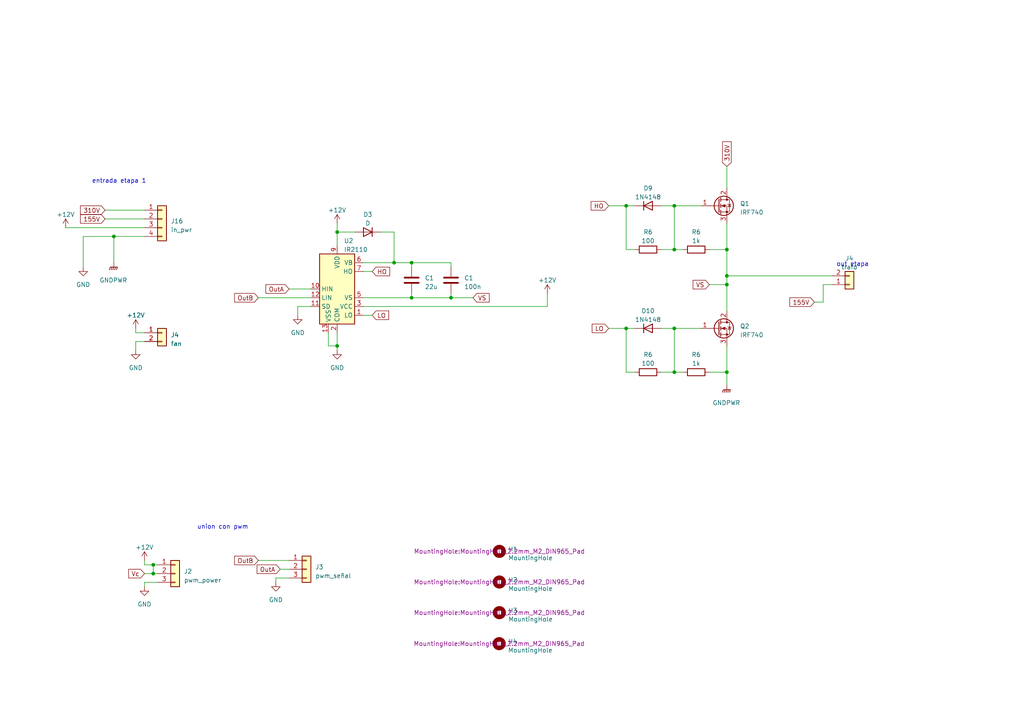
<source format=kicad_sch>
(kicad_sch (version 20230121) (generator eeschema)
  (paper "A4")
  (lib_symbols
    (symbol "Connector_Generic:Conn_01x02" (pin_names (offset 1.016) hide)
      (property "Reference" "J" (at 0 2.54 0))
      (property "Value" "Conn_01x02" (at 0 -5.08 0))
      (symbol "Conn_01x02_1_1"
        (rectangle (start -1.27 -2.413) (end 0 -2.667) (stroke (width 0.1524)))
        (rectangle (start -1.27 0.127) (end 0 -0.127) (stroke (width 0.1524)))
        (rectangle (start -1.27 1.27) (end 1.27 -3.81) (stroke (width 0.254)) (fill (type background)))
        (pin passive line (at -5.08 0 0) (length 3.81) (name "Pin_1") (number "1"))
        (pin passive line (at -5.08 -2.54 0) (length 3.81) (name "Pin_2") (number "2"))
      )
    )
    (symbol "Connector_Generic:Conn_01x03" (pin_names (offset 1.016) hide)
      (property "Reference" "J" (at 0 5.08 0))
      (property "Value" "Conn_01x03" (at 0 -5.08 0))
      (symbol "Conn_01x03_1_1"
        (rectangle (start -1.27 -2.413) (end 0 -2.667) (stroke (width 0.1524)))
        (rectangle (start -1.27 0.127) (end 0 -0.127) (stroke (width 0.1524)))
        (rectangle (start -1.27 2.667) (end 0 2.413) (stroke (width 0.1524)))
        (rectangle (start -1.27 3.81) (end 1.27 -3.81) (stroke (width 0.254)) (fill (type background)))
        (pin passive line (at -5.08 2.54 0) (length 3.81) (name "Pin_1") (number "1"))
        (pin passive line (at -5.08 0 0) (length 3.81) (name "Pin_2") (number "2"))
        (pin passive line (at -5.08 -2.54 0) (length 3.81) (name "Pin_3") (number "3"))
      )
    )
    (symbol "Connector_Generic:Conn_01x04" (pin_names (offset 1.016) hide)
      (property "Reference" "J" (at 0 5.08 0))
      (property "Value" "Conn_01x04" (at 0 -7.62 0))
      (symbol "Conn_01x04_1_1"
        (rectangle (start -1.27 -4.953) (end 0 -5.207) (stroke (width 0.1524)))
        (rectangle (start -1.27 -2.413) (end 0 -2.667) (stroke (width 0.1524)))
        (rectangle (start -1.27 0.127) (end 0 -0.127) (stroke (width 0.1524)))
        (rectangle (start -1.27 2.667) (end 0 2.413) (stroke (width 0.1524)))
        (rectangle (start -1.27 3.81) (end 1.27 -6.35) (stroke (width 0.254)) (fill (type background)))
        (pin passive line (at -5.08 2.54 0) (length 3.81) (name "Pin_1") (number "1"))
        (pin passive line (at -5.08 0 0) (length 3.81) (name "Pin_2") (number "2"))
        (pin passive line (at -5.08 -2.54 0) (length 3.81) (name "Pin_3") (number "3"))
        (pin passive line (at -5.08 -5.08 0) (length 3.81) (name "Pin_4") (number "4"))
      )
    )
    (symbol "Device:C" (pin_numbers hide) (pin_names (offset 0.254))
      (property "Reference" "C" (at 0.635 2.54 0))
      (property "Value" "C" (at 0.635 -2.54 0))
      (symbol "C_0_1"
        (polyline (pts (xy -2.032 -0.762) (xy 2.032 -0.762)) (stroke (width 0.508)))
        (polyline (pts (xy -2.032 0.762) (xy 2.032 0.762)) (stroke (width 0.508)))
      )
      (symbol "C_1_1"
        (pin passive line (at 0 3.81 270) (length 2.794) (name "~") (number "1"))
        (pin passive line (at 0 -3.81 90) (length 2.794) (name "~") (number "2"))
      )
    )
    (symbol "Device:D" (pin_numbers hide) (pin_names (offset 1.016) hide)
      (property "Reference" "D" (at 0 2.54 0))
      (property "Value" "D" (at 0 -2.54 0))
      (symbol "D_0_1"
        (polyline (pts (xy -1.27 1.27) (xy -1.27 -1.27)) (stroke (width 0.254)))
        (polyline (pts (xy 1.27 0) (xy -1.27 0)))
        (polyline (pts (xy 1.27 1.27) (xy 1.27 -1.27) (xy -1.27 0) (xy 1.27 1.27)) (stroke (width 0.254)))
      )
      (symbol "D_1_1"
        (pin passive line (at -3.81 0 0) (length 2.54) (name "K") (number "1"))
        (pin passive line (at 3.81 0 180) (length 2.54) (name "A") (number "2"))
      )
    )
    (symbol "Device:R" (pin_numbers hide) (pin_names (offset 0))
      (property "Reference" "R" (at 2.032 0 90))
      (property "Value" "R" (at 0 0 90))
      (symbol "R_0_1"
        (rectangle (start -1.016 -2.54) (end 1.016 2.54) (stroke (width 0.254)))
      )
      (symbol "R_1_1"
        (pin passive line (at 0 3.81 270) (length 1.27) (name "~") (number "1"))
        (pin passive line (at 0 -3.81 90) (length 1.27) (name "~") (number "2"))
      )
    )
    (symbol "Diode:1N4148" (pin_numbers hide) (pin_names hide)
      (property "Reference" "D" (at 0 2.54 0))
      (property "Value" "1N4148" (at 0 -2.54 0))
      (symbol "1N4148_0_1"
        (polyline (pts (xy -1.27 1.27) (xy -1.27 -1.27)) (stroke (width 0.254)))
        (polyline (pts (xy 1.27 0) (xy -1.27 0)))
        (polyline (pts (xy 1.27 1.27) (xy 1.27 -1.27) (xy -1.27 0) (xy 1.27 1.27)) (stroke (width 0.254)))
      )
      (symbol "1N4148_1_1"
        (pin passive line (at -3.81 0 0) (length 2.54) (name "K") (number "1"))
        (pin passive line (at 3.81 0 180) (length 2.54) (name "A") (number "2"))
      )
    )
    (symbol "Driver_FET:IR2110"
      (property "Reference" "U" (at 1.27 13.335 0))
      (property "Value" "IR2110" (at 1.27 11.43 0))
      (symbol "IR2110_0_1"
        (rectangle (start -5.08 -10.16) (end 5.08 10.16) (stroke (width 0.254)) (fill (type background)))
      )
      (symbol "IR2110_1_1"
        (pin output line (at 7.62 -7.62 180) (length 2.54) (name "LO") (number "1"))
        (pin input line (at -7.62 0 0) (length 2.54) (name "HIN") (number "10"))
        (pin input line (at -7.62 -5.08 0) (length 2.54) (name "SD") (number "11"))
        (pin input line (at -7.62 -2.54 0) (length 2.54) (name "LIN") (number "12"))
        (pin power_in line (at -2.54 -12.7 90) (length 2.54) (name "VSS") (number "13"))
        (pin no_connect line (at -5.08 2.54 0) (length 2.54) hide (name "NC") (number "14"))
        (pin power_in line (at 0 -12.7 90) (length 2.54) (name "COM") (number "2"))
        (pin power_in line (at 7.62 -5.08 180) (length 2.54) (name "VCC") (number "3"))
        (pin no_connect line (at -5.08 7.62 0) (length 2.54) hide (name "NC") (number "4"))
        (pin passive line (at 7.62 -2.54 180) (length 2.54) (name "VS") (number "5"))
        (pin passive line (at 7.62 7.62 180) (length 2.54) (name "VB") (number "6"))
        (pin output line (at 7.62 5.08 180) (length 2.54) (name "HO") (number "7"))
        (pin no_connect line (at -5.08 5.08 0) (length 2.54) hide (name "NC") (number "8"))
        (pin power_in line (at 0 12.7 270) (length 2.54) (name "VDD") (number "9"))
      )
    )
    (symbol "Mechanical:MountingHole" (pin_names (offset 1.016))
      (property "Reference" "H" (at 0 5.08 0))
      (property "Value" "MountingHole" (at 0 3.175 0))
      (symbol "MountingHole_0_1"
        (circle (center 0 0) (radius 1.27) (stroke (width 1.27)))
      )
    )
    (symbol "Transistor_FET:IRF740" (pin_names hide)
      (property "Reference" "Q" (at 6.35 1.905 0))
      (property "Value" "IRF740" (at 6.35 0 0))
      (symbol "IRF740_0_1"
        (polyline (pts (xy 0.254 0) (xy -2.54 0)))
        (polyline (pts (xy 0.254 1.905) (xy 0.254 -1.905)) (stroke (width 0.254)))
        (polyline (pts (xy 0.762 -1.27) (xy 0.762 -2.286)) (stroke (width 0.254)))
        (polyline (pts (xy 0.762 0.508) (xy 0.762 -0.508)) (stroke (width 0.254)))
        (polyline (pts (xy 0.762 2.286) (xy 0.762 1.27)) (stroke (width 0.254)))
        (polyline (pts (xy 2.54 2.54) (xy 2.54 1.778)))
        (polyline (pts (xy 2.54 -2.54) (xy 2.54 0) (xy 0.762 0)))
        (polyline (pts (xy 0.762 -1.778) (xy 3.302 -1.778) (xy 3.302 1.778) (xy 0.762 1.778)))
        (polyline (pts (xy 1.016 0) (xy 2.032 0.381) (xy 2.032 -0.381) (xy 1.016 0)) (fill (type outline)))
        (polyline (pts (xy 2.794 0.508) (xy 2.921 0.381) (xy 3.683 0.381) (xy 3.81 0.254)))
        (polyline (pts (xy 3.302 0.381) (xy 2.921 -0.254) (xy 3.683 -0.254) (xy 3.302 0.381)))
        (circle (center 1.651 0) (radius 2.794) (stroke (width 0.254)))
        (circle (center 2.54 -1.778) (radius 0.254) (fill (type outline)))
        (circle (center 2.54 1.778) (radius 0.254) (fill (type outline)))
      )
      (symbol "IRF740_1_1"
        (pin input line (at -5.08 0 0) (length 2.54) (name "G") (number "1"))
        (pin passive line (at 2.54 5.08 270) (length 2.54) (name "D") (number "2"))
        (pin passive line (at 2.54 -5.08 90) (length 2.54) (name "S") (number "3"))
      )
    )
    (symbol "power:+12V" (power) (pin_names (offset 0))
      (property "Value" "+12V" (at 0 3.556 0))
      (symbol "+12V_0_1"
        (polyline (pts (xy -0.762 1.27) (xy 0 2.54)))
        (polyline (pts (xy 0 0) (xy 0 2.54)))
        (polyline (pts (xy 0 2.54) (xy 0.762 1.27)))
      )
      (symbol "+12V_1_1"
        (pin power_in line (at 0 0 90) (length 0) hide (name "+12V") (number "1"))
      )
    )
    (symbol "power:GND" (power) (pin_names (offset 0))
      (property "Value" "GND" (at 0 -3.81 0))
      (symbol "GND_0_1"
        (polyline (pts (xy 0 0) (xy 0 -1.27) (xy 1.27 -1.27) (xy 0 -2.54) (xy -1.27 -1.27) (xy 0 -1.27)))
      )
      (symbol "GND_1_1"
        (pin power_in line (at 0 0 270) (length 0) hide (name "GND") (number "1"))
      )
    )
    (symbol "power:GNDPWR" (power) (pin_names (offset 0))
      (property "Value" "GNDPWR" (at 0 -3.302 0))
      (symbol "GNDPWR_0_1"
        (polyline (pts (xy 0 -1.27) (xy 0 0)))
        (polyline (pts (xy -1.016 -1.27) (xy -1.27 -2.032) (xy -1.27 -2.032)) (stroke (width 0.2032)))
        (polyline (pts (xy -0.508 -1.27) (xy -0.762 -2.032) (xy -0.762 -2.032)) (stroke (width 0.2032)))
        (polyline (pts (xy 0 -1.27) (xy -0.254 -2.032) (xy -0.254 -2.032)) (stroke (width 0.2032)))
        (polyline (pts (xy 0.508 -1.27) (xy 0.254 -2.032) (xy 0.254 -2.032)) (stroke (width 0.2032)))
        (polyline (pts (xy 1.016 -1.27) (xy -1.016 -1.27) (xy -1.016 -1.27)) (stroke (width 0.2032)))
        (polyline (pts (xy 1.016 -1.27) (xy 0.762 -2.032) (xy 0.762 -2.032) (xy 0.762 -2.032)) (stroke (width 0.2032)))
      )
      (symbol "GNDPWR_1_1"
        (pin power_in line (at 0 0 270) (length 0) hide (name "GNDPWR") (number "1"))
      )
    )
  )
  (junction (at 195.58 107.95))
  (junction (at 195.58 72.39))
  (junction (at 44.45 163.83))
  (junction (at 195.58 95.25))
  (junction (at 119.38 86.36))
  (junction (at 210.82 80.01))
  (junction (at 97.79 67.31))
  (junction (at 181.61 95.25))
  (junction (at 181.61 59.69))
  (junction (at 210.82 72.39))
  (junction (at 210.82 82.55))
  (junction (at 44.45 166.37))
  (junction (at 119.38 76.2))
  (junction (at 114.3 76.2))
  (junction (at 97.79 100.33))
  (junction (at 195.58 59.69))
  (junction (at 210.82 107.95))
  (junction (at 130.81 86.36))
  (junction (at 33.02 68.58))
  (wire (pts (xy 39.37 96.52) (xy 41.91 96.52)))
  (wire (pts (xy 176.53 59.69) (xy 181.61 59.69)))
  (wire (pts (xy 210.82 82.55) (xy 210.82 90.17)))
  (wire (pts (xy 30.48 63.5) (xy 41.91 63.5)))
  (wire (pts (xy 24.13 77.47) (xy 24.13 68.58)))
  (wire (pts (xy 81.28 165.1) (xy 83.82 165.1)))
  (wire (pts (xy 86.36 88.9) (xy 90.17 88.9)))
  (wire (pts (xy 130.81 77.47) (xy 130.81 76.2)))
  (wire (pts (xy 41.91 162.56) (xy 41.91 163.83)))
  (wire (pts (xy 191.77 107.95) (xy 195.58 107.95)))
  (wire (pts (xy 130.81 86.36) (xy 137.16 86.36)))
  (wire (pts (xy 238.76 82.55) (xy 238.76 87.63)))
  (wire (pts (xy 191.77 95.25) (xy 195.58 95.25)))
  (wire (pts (xy 210.82 72.39) (xy 210.82 80.01)))
  (wire (pts (xy 114.3 76.2) (xy 119.38 76.2)))
  (wire (pts (xy 210.82 48.26) (xy 210.82 54.61)))
  (wire (pts (xy 97.79 100.33) (xy 97.79 101.6)))
  (wire (pts (xy 80.01 167.64) (xy 80.01 168.91)))
  (wire (pts (xy 19.05 66.04) (xy 41.91 66.04)))
  (wire (pts (xy 41.91 168.91) (xy 41.91 170.18)))
  (wire (pts (xy 119.38 76.2) (xy 130.81 76.2)))
  (wire (pts (xy 195.58 72.39) (xy 195.58 59.69)))
  (wire (pts (xy 210.82 80.01) (xy 210.82 82.55)))
  (wire (pts (xy 83.82 83.82) (xy 90.17 83.82)))
  (wire (pts (xy 45.72 168.91) (xy 41.91 168.91)))
  (wire (pts (xy 241.3 82.55) (xy 238.76 82.55)))
  (wire (pts (xy 74.93 86.36) (xy 90.17 86.36)))
  (wire (pts (xy 195.58 59.69) (xy 203.2 59.69)))
  (wire (pts (xy 39.37 99.06) (xy 41.91 99.06)))
  (wire (pts (xy 33.02 76.2) (xy 33.02 68.58)))
  (wire (pts (xy 184.15 59.69) (xy 181.61 59.69)))
  (wire (pts (xy 205.74 82.55) (xy 210.82 82.55)))
  (wire (pts (xy 210.82 107.95) (xy 210.82 100.33)))
  (wire (pts (xy 30.48 60.96) (xy 41.91 60.96)))
  (wire (pts (xy 205.74 107.95) (xy 210.82 107.95)))
  (wire (pts (xy 191.77 72.39) (xy 195.58 72.39)))
  (wire (pts (xy 105.41 88.9) (xy 158.75 88.9)))
  (wire (pts (xy 95.25 96.52) (xy 95.25 100.33)))
  (wire (pts (xy 74.93 162.56) (xy 83.82 162.56)))
  (wire (pts (xy 198.12 107.95) (xy 195.58 107.95)))
  (wire (pts (xy 97.79 64.77) (xy 97.79 67.31)))
  (wire (pts (xy 195.58 95.25) (xy 203.2 95.25)))
  (wire (pts (xy 83.82 167.64) (xy 80.01 167.64)))
  (wire (pts (xy 95.25 100.33) (xy 97.79 100.33)))
  (wire (pts (xy 45.72 163.83) (xy 44.45 163.83)))
  (wire (pts (xy 198.12 72.39) (xy 195.58 72.39)))
  (wire (pts (xy 158.75 88.9) (xy 158.75 85.09)))
  (wire (pts (xy 39.37 101.6) (xy 39.37 99.06)))
  (wire (pts (xy 97.79 67.31) (xy 102.87 67.31)))
  (wire (pts (xy 41.91 163.83) (xy 44.45 163.83)))
  (wire (pts (xy 184.15 95.25) (xy 181.61 95.25)))
  (wire (pts (xy 119.38 77.47) (xy 119.38 76.2)))
  (wire (pts (xy 33.02 68.58) (xy 41.91 68.58)))
  (wire (pts (xy 105.41 91.44) (xy 107.95 91.44)))
  (wire (pts (xy 238.76 87.63) (xy 236.22 87.63)))
  (wire (pts (xy 114.3 67.31) (xy 114.3 76.2)))
  (wire (pts (xy 210.82 72.39) (xy 210.82 64.77)))
  (wire (pts (xy 39.37 95.25) (xy 39.37 96.52)))
  (wire (pts (xy 44.45 166.37) (xy 45.72 166.37)))
  (wire (pts (xy 41.91 166.37) (xy 44.45 166.37)))
  (wire (pts (xy 86.36 88.9) (xy 86.36 91.44)))
  (wire (pts (xy 105.41 86.36) (xy 119.38 86.36)))
  (wire (pts (xy 210.82 80.01) (xy 241.3 80.01)))
  (wire (pts (xy 181.61 59.69) (xy 181.61 72.39)))
  (wire (pts (xy 119.38 85.09) (xy 119.38 86.36)))
  (wire (pts (xy 205.74 72.39) (xy 210.82 72.39)))
  (wire (pts (xy 119.38 86.36) (xy 130.81 86.36)))
  (wire (pts (xy 176.53 95.25) (xy 181.61 95.25)))
  (wire (pts (xy 97.79 67.31) (xy 97.79 71.12)))
  (wire (pts (xy 97.79 96.52) (xy 97.79 100.33)))
  (wire (pts (xy 24.13 68.58) (xy 33.02 68.58)))
  (wire (pts (xy 110.49 67.31) (xy 114.3 67.31)))
  (wire (pts (xy 114.3 76.2) (xy 105.41 76.2)))
  (wire (pts (xy 181.61 107.95) (xy 184.15 107.95)))
  (wire (pts (xy 44.45 163.83) (xy 44.45 166.37)))
  (wire (pts (xy 210.82 107.95) (xy 210.82 111.76)))
  (wire (pts (xy 191.77 59.69) (xy 195.58 59.69)))
  (wire (pts (xy 130.81 86.36) (xy 130.81 85.09)))
  (wire (pts (xy 105.41 78.74) (xy 107.95 78.74)))
  (wire (pts (xy 181.61 95.25) (xy 181.61 107.95)))
  (wire (pts (xy 195.58 107.95) (xy 195.58 95.25)))
  (wire (pts (xy 181.61 72.39) (xy 184.15 72.39)))
  (text "entrada etapa 1\n" (at 26.67 53.34 0) (effects (font (size 1.27 1.27)) (justify left bottom)))
  (text "union con pwm\n" (at 57.15 153.67 0) (effects (font (size 1.27 1.27)) (justify left bottom)))
  (text "out etapa\n" (at 242.57 77.47 0) (effects (font (size 1.27 1.27)) (justify left bottom)))
  (global_label "310V" (shape input) (at 30.48 60.96 180) (property "Intersheetrefs" "${INTERSHEET_REFS}" (effects hide)))
  (global_label "OutB" (shape input) (at 74.93 162.56 180) (property "Intersheetrefs" "${INTERSHEET_REFS}" (effects hide)))
  (global_label "VS" (shape input) (at 205.74 82.55 180) (property "Intersheetrefs" "${INTERSHEET_REFS}" (effects hide)))
  (global_label "Vc" (shape input) (at 41.91 166.37 180) (property "Intersheetrefs" "${INTERSHEET_REFS}" (effects hide)))
  (global_label "155V" (shape input) (at 30.48 63.5 180) (property "Intersheetrefs" "${INTERSHEET_REFS}" (effects hide)))
  (global_label "OutA" (shape input) (at 83.82 83.82 180) (property "Intersheetrefs" "${INTERSHEET_REFS}" (effects hide)))
  (global_label "VS" (shape input) (at 137.16 86.36 0) (property "Intersheetrefs" "${INTERSHEET_REFS}" (effects hide)))
  (global_label "HO" (shape input) (at 107.95 78.74 0) (property "Intersheetrefs" "${INTERSHEET_REFS}" (effects hide)))
  (global_label "OutB" (shape input) (at 74.93 86.36 180) (property "Intersheetrefs" "${INTERSHEET_REFS}" (effects hide)))
  (global_label "LO" (shape input) (at 176.53 95.25 180) (property "Intersheetrefs" "${INTERSHEET_REFS}" (effects hide)))
  (global_label "HO" (shape input) (at 176.53 59.69 180) (property "Intersheetrefs" "${INTERSHEET_REFS}" (effects hide)))
  (global_label "310V" (shape input) (at 210.82 48.26 90) (property "Intersheetrefs" "${INTERSHEET_REFS}" (effects hide)))
  (global_label "LO" (shape input) (at 107.95 91.44 0) (property "Intersheetrefs" "${INTERSHEET_REFS}" (effects hide)))
  (global_label "155V" (shape input) (at 236.22 87.63 180) (property "Intersheetrefs" "${INTERSHEET_REFS}" (effects hide)))
  (global_label "OutA" (shape input) (at 81.28 165.1 180) (property "Intersheetrefs" "${INTERSHEET_REFS}" (effects hide)))
  (symbol (lib_id "power:+12V") (at 39.37 95.25 0) (unit 1)
    (property "Reference" "#PWR07" (effects hide))
    (property "Value" "+12V" (at 39.37 91.44 0))
    (instances (project "fuente_conmutada" (path "" (reference "#PWR07") (unit 1)) (path "" (reference "#PWR06") (unit 1)) (path "" (reference "#PWR038") (unit 1))))
  )
  (symbol (lib_id "Device:R") (at 201.93 72.39 90) (unit 1)
    (property "Reference" "R6" (at 201.93 67.31 90))
    (property "Value" "1k" (at 201.93 69.85 90))
    (property "Footprint" "Resistor_THT:R_Axial_DIN0207_L6.3mm_D2.5mm_P7.62mm_Horizontal" (effects hide))
    (instances (project "fuente_conmutada" (path "" (reference "R6") (unit 1)) (path "" (reference "R6") (unit 1)) (path "" (reference "R14") (unit 1))))
  )
  (symbol (lib_id "power:+12V") (at 158.75 85.09 0) (unit 1)
    (property "Reference" "#PWR07" (effects hide))
    (property "Value" "+12V" (at 158.75 81.28 0))
    (instances (project "fuente_conmutada" (path "" (reference "#PWR07") (unit 1)) (path "" (reference "#PWR06") (unit 1)) (path "" (reference "#PWR024") (unit 1))))
  )
  (symbol (lib_id "Device:C") (at 119.38 81.28 0) (unit 1)
    (property "Reference" "C1" (at 123.19 80.645 0) (effects (justify left)))
    (property "Value" "22u" (at 123.19 83.185 0) (effects (justify left)))
    (property "Footprint" "Capacitor_THT:C_Disc_D7.5mm_W4.4mm_P5.00mm" (effects hide))
    (instances (project "fuente_conmutada" (path "" (reference "C1") (unit 1)) (path "" (reference "C1") (unit 1)) (path "" (reference "C11") (unit 1))))
  )
  (symbol (lib_id "Device:R") (at 187.96 107.95 90) (unit 1)
    (property "Reference" "R6" (at 187.96 102.87 90))
    (property "Value" "100" (at 187.96 105.41 90))
    (property "Footprint" "Resistor_THT:R_Axial_DIN0207_L6.3mm_D2.5mm_P7.62mm_Horizontal" (effects hide))
    (instances (project "fuente_conmutada" (path "" (reference "R6") (unit 1)) (path "" (reference "R6") (unit 1)) (path "" (reference "R16") (unit 1))))
  )
  (symbol (lib_id "power:GND") (at 97.79 101.6 0) (unit 1)
    (property "Reference" "#PWR05" (effects hide))
    (property "Value" "GND" (at 97.79 106.68 0))
    (instances (project "fuente_conmutada" (path "" (reference "#PWR05") (unit 1)) (path "" (reference "#PWR05") (unit 1)) (path "" (reference "#PWR018") (unit 1))))
  )
  (symbol (lib_id "power:GNDPWR") (at 33.02 76.2 0) (unit 1)
    (property "Reference" "#PWR021" (effects hide))
    (property "Value" "GNDPWR" (at 32.893 81.28 0))
    (instances (project "fuente_conmutada" (path "" (reference "#PWR021") (unit 1)) (path "" (reference "#PWR025") (unit 1))))
  )
  (symbol (lib_id "Mechanical:MountingHole") (at 144.84 177.6989 0) (unit 1)
    (property "Reference" "H3" (at 147.38 177.0639 0) (effects (justify left)))
    (property "Value" "MountingHole" (at 147.38 179.6039 0) (effects (justify left)))
    (property "Footprint" "MountingHole:MountingHole_2.2mm_M2_DIN965_Pad" (at 144.84 177.6989 0))
    (instances (project "fuente_conmutada" (path "" (reference "H3") (unit 1)) (path "" (reference "H8") (unit 1))))
  )
  (symbol (lib_id "power:GNDPWR") (at 210.82 111.76 0) (unit 1)
    (property "Reference" "#PWR021" (effects hide))
    (property "Value" "GNDPWR" (at 210.693 116.84 0))
    (instances (project "fuente_conmutada" (path "" (reference "#PWR021") (unit 1)) (path "" (reference "#PWR026") (unit 1))))
  )
  (symbol (lib_id "Mechanical:MountingHole") (at 144.84 159.9189 0) (unit 1)
    (property "Reference" "H1" (at 147.38 159.2839 0) (effects (justify left)))
    (property "Value" "MountingHole" (at 147.38 161.8239 0) (effects (justify left)))
    (property "Footprint" "MountingHole:MountingHole_2.2mm_M2_DIN965_Pad" (at 144.84 159.9189 0))
    (instances (project "fuente_conmutada" (path "" (reference "H1") (unit 1)) (path "" (reference "H6") (unit 1))))
  )
  (symbol (lib_id "Connector_Generic:Conn_01x03") (at 88.9 165.1 0) (unit 1)
    (property "Reference" "J3" (at 91.44 164.465 0) (effects (justify left)))
    (property "Value" "pwm_señal" (at 91.44 167.005 0) (effects (justify left)))
    (property "Footprint" "Connector_Wire:SolderWire-0.1sqmm_1x03_P3.6mm_D0.4mm_OD1mm" (effects hide))
    (instances (project "fuente_conmutada" (path "" (reference "J3") (unit 1)) (path "" (reference "J3") (unit 1)) (path "" (reference "J11") (unit 1))))
  )
  (symbol (lib_id "power:+12V") (at 19.05 66.04 0) (unit 1)
    (property "Reference" "#PWR07" (effects hide))
    (property "Value" "+12V" (at 19.05 62.23 0))
    (instances (project "fuente_conmutada" (path "" (reference "#PWR07") (unit 1)) (path "" (reference "#PWR06") (unit 1)) (path "" (reference "#PWR031") (unit 1))))
  )
  (symbol (lib_id "Device:C") (at 130.81 81.28 0) (unit 1)
    (property "Reference" "C1" (at 134.62 80.645 0) (effects (justify left)))
    (property "Value" "100n" (at 134.62 83.185 0) (effects (justify left)))
    (property "Footprint" "Capacitor_THT:CP_Radial_D8.0mm_P5.00mm" (effects hide))
    (instances (project "fuente_conmutada" (path "" (reference "C1") (unit 1)) (path "" (reference "C1") (unit 1)) (path "" (reference "C10") (unit 1))))
  )
  (symbol (lib_id "power:GND") (at 80.01 168.91 0) (unit 1)
    (property "Reference" "#PWR011" (effects hide))
    (property "Value" "GND" (at 80.01 173.99 0))
    (instances (project "fuente_conmutada" (path "" (reference "#PWR011") (unit 1)) (path "" (reference "#PWR011") (unit 1)) (path "" (reference "#PWR029") (unit 1))))
  )
  (symbol (lib_id "Diode:1N4148") (at 187.96 59.69 0) (unit 1)
    (property "Reference" "D9" (at 187.96 54.61 0))
    (property "Value" "1N4148" (at 187.96 57.15 0))
    (property "Footprint" "Diode_THT:D_DO-35_SOD27_P7.62mm_Horizontal" (effects hide))
    (property "Datasheet" "https://assets.nexperia.com/documents/data-sheet/1N4148_1N4448.pdf" (effects hide))
    (property "Sim.Device" "D" (effects hide))
    (property "Sim.Pins" "1=K 2=A" (effects hide))
  )
  (symbol (lib_id "Transistor_FET:IRF740") (at 208.28 95.25 0) (unit 1)
    (property "Reference" "Q2" (at 214.63 94.615 0) (effects (justify left)))
    (property "Value" "IRF740" (at 214.63 97.155 0) (effects (justify left)))
    (property "Footprint" "Package_TO_SOT_THT:TO-220-3_Vertical" (effects hide))
    (property "Datasheet" "http://www.vishay.com/docs/91054/91054.pdf" (effects hide))
  )
  (symbol (lib_id "power:GND") (at 41.91 170.18 0) (unit 1)
    (property "Reference" "#PWR08" (effects hide))
    (property "Value" "GND" (at 41.91 175.26 0))
    (instances (project "fuente_conmutada" (path "" (reference "#PWR08") (unit 1)) (path "" (reference "#PWR07") (unit 1)) (path "" (reference "#PWR028") (unit 1))))
  )
  (symbol (lib_id "Connector_Generic:Conn_01x03") (at 50.8 166.37 0) (unit 1)
    (property "Reference" "J2" (at 53.34 165.735 0) (effects (justify left)))
    (property "Value" "pwm_power" (at 53.34 168.275 0) (effects (justify left)))
    (property "Footprint" "Connector_Wire:SolderWire-0.1sqmm_1x03_P3.6mm_D0.4mm_OD1mm" (effects hide))
    (instances (project "fuente_conmutada" (path "" (reference "J2") (unit 1)) (path "" (reference "J2") (unit 1)) (path "" (reference "J10") (unit 1))))
  )
  (symbol (lib_id "power:GND") (at 86.36 91.44 0) (unit 1)
    (property "Reference" "#PWR05" (effects hide))
    (property "Value" "GND" (at 86.36 96.52 0))
    (instances (project "fuente_conmutada" (path "" (reference "#PWR05") (unit 1)) (path "" (reference "#PWR05") (unit 1)) (path "" (reference "#PWR023") (unit 1))))
  )
  (symbol (lib_id "Mechanical:MountingHole") (at 144.78 186.69 0) (unit 1)
    (property "Reference" "H4" (at 147.32 186.055 0) (effects (justify left)))
    (property "Value" "MountingHole" (at 147.32 188.595 0) (effects (justify left)))
    (property "Footprint" "MountingHole:MountingHole_2.2mm_M2_DIN965_Pad" (at 144.78 186.69 0))
    (instances (project "fuente_conmutada" (path "" (reference "H4") (unit 1)) (path "" (reference "H5") (unit 1))))
  )
  (symbol (lib_id "Transistor_FET:IRF740") (at 208.28 59.69 0) (unit 1)
    (property "Reference" "Q1" (at 214.63 59.055 0) (effects (justify left)))
    (property "Value" "IRF740" (at 214.63 61.595 0) (effects (justify left)))
    (property "Footprint" "Package_TO_SOT_THT:TO-220-3_Vertical" (effects hide))
    (property "Datasheet" "http://www.vishay.com/docs/91054/91054.pdf" (effects hide))
  )
  (symbol (lib_id "Device:R") (at 187.96 72.39 90) (unit 1)
    (property "Reference" "R6" (at 187.96 67.31 90))
    (property "Value" "100" (at 187.96 69.85 90))
    (property "Footprint" "Resistor_THT:R_Axial_DIN0207_L6.3mm_D2.5mm_P7.62mm_Horizontal" (effects hide))
    (instances (project "fuente_conmutada" (path "" (reference "R6") (unit 1)) (path "" (reference "R6") (unit 1)) (path "" (reference "R15") (unit 1))))
  )
  (symbol (lib_id "Connector_Generic:Conn_01x04") (at 46.99 63.5 0) (unit 1)
    (property "Reference" "J16" (at 49.53 64.135 0) (effects (justify left)))
    (property "Value" "in_pwr" (at 49.53 66.675 0) (effects (justify left)))
    (property "Footprint" "Connector_Phoenix_MC_HighVoltage:PhoenixContact_MC_1,5_4-G-5.08_1x04_P5.08mm_Horizontal" (effects hide))
  )
  (symbol (lib_id "Connector_Generic:Conn_01x02") (at 46.99 96.52 0) (unit 1)
    (property "Reference" "J4" (at 49.53 97.155 0) (effects (justify left)))
    (property "Value" "fan" (at 49.53 99.695 0) (effects (justify left)))
    (property "Footprint" "Connector_Wire:SolderWire-0.1sqmm_1x02_P3.6mm_D0.4mm_OD1mm" (effects hide))
    (instances (project "fuente_conmutada" (path "" (reference "J4") (unit 1)) (path "" (reference "J4") (unit 1)) (path "" (reference "J8") (unit 1))))
  )
  (symbol (lib_id "power:GND") (at 24.13 77.47 0) (unit 1)
    (property "Reference" "#PWR08" (effects hide))
    (property "Value" "GND" (at 24.13 82.55 0))
    (instances (project "fuente_conmutada" (path "" (reference "#PWR08") (unit 1)) (path "" (reference "#PWR07") (unit 1)) (path "" (reference "#PWR030") (unit 1))))
  )
  (symbol (lib_id "Driver_FET:IR2110") (at 97.79 83.82 0) (unit 1)
    (property "Reference" "U2" (at 99.7459 69.85 0) (effects (justify left)))
    (property "Value" "IR2110" (at 99.7459 72.39 0) (effects (justify left)))
    (property "Footprint" "Package_DIP:DIP-14_W7.62mm" (effects hide))
    (property "Datasheet" "https://www.infineon.com/dgdl/ir2110.pdf?fileId=5546d462533600a4015355c80333167e" (effects hide))
  )
  (symbol (lib_id "power:+12V") (at 41.91 162.56 0) (unit 1)
    (property "Reference" "#PWR07" (effects hide))
    (property "Value" "+12V" (at 41.91 158.75 0))
    (instances (project "fuente_conmutada" (path "" (reference "#PWR07") (unit 1)) (path "" (reference "#PWR06") (unit 1)) (path "" (reference "#PWR027") (unit 1))))
  )
  (symbol (lib_id "Connector_Generic:Conn_01x02") (at 246.38 82.55 0) (mirror x) (unit 1)
    (property "Reference" "J4" (at 246.38 74.93 0))
    (property "Value" "trafo" (at 246.38 77.47 0))
    (property "Footprint" "Connector_Phoenix_MC_HighVoltage:PhoenixContact_MC_1,5_2-G-5.08_1x02_P5.08mm_Horizontal" (effects hide))
    (instances (project "fuente_conmutada" (path "" (reference "J4") (unit 1)) (path "" (reference "J5") (unit 1)) (path "" (reference "J6") (unit 1)) (path "" (reference "J13") (unit 1))))
  )
  (symbol (lib_id "Device:R") (at 201.93 107.95 90) (unit 1)
    (property "Reference" "R6" (at 201.93 102.87 90))
    (property "Value" "1k" (at 201.93 105.41 90))
    (property "Footprint" "Resistor_THT:R_Axial_DIN0207_L6.3mm_D2.5mm_P7.62mm_Horizontal" (effects hide))
    (instances (project "fuente_conmutada" (path "" (reference "R6") (unit 1)) (path "" (reference "R6") (unit 1)) (path "" (reference "R17") (unit 1))))
  )
  (symbol (lib_id "Device:D") (at 106.68 67.31 180) (unit 1)
    (property "Reference" "D3" (at 106.68 62.23 0))
    (property "Value" "D" (at 106.68 64.77 0))
    (property "Footprint" "Diode_THT:D_A-405_P10.16mm_Horizontal" (effects hide))
    (property "Sim.Device" "D" (effects hide))
    (property "Sim.Pins" "1=K 2=A" (effects hide))
    (instances (project "fuente_conmutada" (path "" (reference "D3") (unit 1)) (path "" (reference "D2") (unit 1))))
  )
  (symbol (lib_id "Mechanical:MountingHole") (at 144.84 168.8089 0) (unit 1)
    (property "Reference" "H2" (at 147.38 168.1739 0) (effects (justify left)))
    (property "Value" "MountingHole" (at 147.38 170.7139 0) (effects (justify left)))
    (property "Footprint" "MountingHole:MountingHole_2.2mm_M2_DIN965_Pad" (at 144.84 168.8089 0))
    (instances (project "fuente_conmutada" (path "" (reference "H2") (unit 1)) (path "" (reference "H7") (unit 1))))
  )
  (symbol (lib_id "power:GND") (at 39.37 101.6 0) (unit 1)
    (property "Reference" "#PWR08" (effects hide))
    (property "Value" "GND" (at 39.37 106.68 0))
    (instances (project "fuente_conmutada" (path "" (reference "#PWR08") (unit 1)) (path "" (reference "#PWR07") (unit 1)) (path "" (reference "#PWR037") (unit 1))))
  )
  (symbol (lib_id "Diode:1N4148") (at 187.96 95.25 0) (unit 1)
    (property "Reference" "D10" (at 187.96 90.17 0))
    (property "Value" "1N4148" (at 187.96 92.71 0))
    (property "Footprint" "Diode_THT:D_DO-35_SOD27_P7.62mm_Horizontal" (effects hide))
    (property "Datasheet" "https://assets.nexperia.com/documents/data-sheet/1N4148_1N4448.pdf" (effects hide))
    (property "Sim.Device" "D" (effects hide))
    (property "Sim.Pins" "1=K 2=A" (effects hide))
  )
  (symbol (lib_id "power:+12V") (at 97.79 64.77 0) (unit 1)
    (property "Reference" "#PWR07" (effects hide))
    (property "Value" "+12V" (at 97.79 60.96 0))
    (instances (project "fuente_conmutada" (path "" (reference "#PWR07") (unit 1)) (path "" (reference "#PWR06") (unit 1)) (path "" (reference "#PWR022") (unit 1))))
  )
)
</source>
